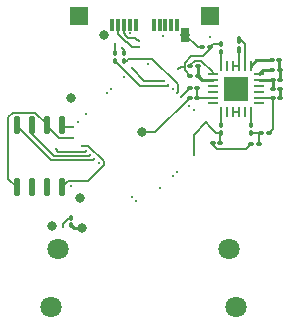
<source format=gbr>
%TF.GenerationSoftware,KiCad,Pcbnew,9.0.6*%
%TF.CreationDate,2026-01-02T14:09:45+01:00*%
%TF.ProjectId,Expansion_Card_Retrofit,45787061-6e73-4696-9f6e-5f436172645f,X1*%
%TF.SameCoordinates,Original*%
%TF.FileFunction,Copper,L4,Bot*%
%TF.FilePolarity,Positive*%
%FSLAX46Y46*%
G04 Gerber Fmt 4.6, Leading zero omitted, Abs format (unit mm)*
G04 Created by KiCad (PCBNEW 9.0.6) date 2026-01-02 14:09:45*
%MOMM*%
%LPD*%
G01*
G04 APERTURE LIST*
G04 Aperture macros list*
%AMRoundRect*
0 Rectangle with rounded corners*
0 $1 Rounding radius*
0 $2 $3 $4 $5 $6 $7 $8 $9 X,Y pos of 4 corners*
0 Add a 4 corners polygon primitive as box body*
4,1,4,$2,$3,$4,$5,$6,$7,$8,$9,$2,$3,0*
0 Add four circle primitives for the rounded corners*
1,1,$1+$1,$2,$3*
1,1,$1+$1,$4,$5*
1,1,$1+$1,$6,$7*
1,1,$1+$1,$8,$9*
0 Add four rect primitives between the rounded corners*
20,1,$1+$1,$2,$3,$4,$5,0*
20,1,$1+$1,$4,$5,$6,$7,0*
20,1,$1+$1,$6,$7,$8,$9,0*
20,1,$1+$1,$8,$9,$2,$3,0*%
G04 Aperture macros list end*
%TA.AperFunction,SMDPad,CuDef*%
%ADD10RoundRect,0.062500X0.375000X0.062500X-0.375000X0.062500X-0.375000X-0.062500X0.375000X-0.062500X0*%
%TD*%
%TA.AperFunction,SMDPad,CuDef*%
%ADD11RoundRect,0.062500X0.062500X0.375000X-0.062500X0.375000X-0.062500X-0.375000X0.062500X-0.375000X0*%
%TD*%
%TA.AperFunction,HeatsinkPad*%
%ADD12R,2.100000X2.100000*%
%TD*%
%TA.AperFunction,SMDPad,CuDef*%
%ADD13RoundRect,0.100000X-0.130000X-0.100000X0.130000X-0.100000X0.130000X0.100000X-0.130000X0.100000X0*%
%TD*%
%TA.AperFunction,SMDPad,CuDef*%
%ADD14RoundRect,0.100000X0.130000X0.100000X-0.130000X0.100000X-0.130000X-0.100000X0.130000X-0.100000X0*%
%TD*%
%TA.AperFunction,SMDPad,CuDef*%
%ADD15RoundRect,0.100000X0.100000X-0.217500X0.100000X0.217500X-0.100000X0.217500X-0.100000X-0.217500X0*%
%TD*%
%TA.AperFunction,SMDPad,CuDef*%
%ADD16RoundRect,0.100000X-0.100000X0.130000X-0.100000X-0.130000X0.100000X-0.130000X0.100000X0.130000X0*%
%TD*%
%TA.AperFunction,SMDPad,CuDef*%
%ADD17RoundRect,0.100000X0.100000X-0.130000X0.100000X0.130000X-0.100000X0.130000X-0.100000X-0.130000X0*%
%TD*%
%TA.AperFunction,SMDPad,CuDef*%
%ADD18R,0.380000X1.000000*%
%TD*%
%TA.AperFunction,SMDPad,CuDef*%
%ADD19R,0.700000X1.150000*%
%TD*%
%TA.AperFunction,ComponentPad*%
%ADD20C,1.800000*%
%TD*%
%TA.AperFunction,SMDPad,CuDef*%
%ADD21R,1.500000X1.500000*%
%TD*%
%TA.AperFunction,SMDPad,CuDef*%
%ADD22RoundRect,0.137500X-0.137500X0.612500X-0.137500X-0.612500X0.137500X-0.612500X0.137500X0.612500X0*%
%TD*%
%TA.AperFunction,ViaPad*%
%ADD23C,0.300000*%
%TD*%
%TA.AperFunction,ViaPad*%
%ADD24C,0.800000*%
%TD*%
%TA.AperFunction,Conductor*%
%ADD25C,0.152400*%
%TD*%
%TA.AperFunction,Conductor*%
%ADD26C,0.250000*%
%TD*%
G04 APERTURE END LIST*
D10*
%TO.P,U4,1,GND3*%
%TO.N,GND*%
X149637500Y-133200000D03*
%TO.P,U4,2,FB3*%
%TO.N,Net-(U4-FB3)*%
X149637500Y-133700000D03*
%TO.P,U4,3,VCC*%
%TO.N,+5V*%
X149637500Y-134200000D03*
%TO.P,U4,4,AGND*%
%TO.N,GND*%
X149637500Y-134700000D03*
%TO.P,U4,5,FB2*%
%TO.N,Net-(U4-FB2)*%
X149637500Y-135200000D03*
%TO.P,U4,6,GND2*%
%TO.N,GND*%
X149637500Y-135700000D03*
D11*
%TO.P,U4,7,LX2*%
%TO.N,Net-(U4-LX2)*%
X148950000Y-136387500D03*
%TO.P,U4,8,VIN2*%
%TO.N,+5V*%
X148450000Y-136387500D03*
%TO.P,U4,9,EN2*%
%TO.N,Net-(U4-EN1)*%
X147950000Y-136387500D03*
%TO.P,U4,10,EN1*%
X147450000Y-136387500D03*
%TO.P,U4,11,VIN1*%
%TO.N,+5V*%
X146950000Y-136387500D03*
%TO.P,U4,12,LX1*%
%TO.N,Net-(U4-LX1)*%
X146450000Y-136387500D03*
D10*
%TO.P,U4,13,GND1*%
%TO.N,GND*%
X145762500Y-135700000D03*
%TO.P,U4,14,FB1*%
%TO.N,Net-(U4-FB1)*%
X145762500Y-135200000D03*
%TO.P,U4,15*%
%TO.N,N/C*%
X145762500Y-134700000D03*
%TO.P,U4,16*%
X145762500Y-134200000D03*
%TO.P,U4,17,FB4*%
%TO.N,Net-(U4-FB4)*%
X145762500Y-133700000D03*
%TO.P,U4,18,GND4*%
%TO.N,GND*%
X145762500Y-133200000D03*
D11*
%TO.P,U4,19,LX4*%
%TO.N,Net-(U4-LX4)*%
X146450000Y-132512500D03*
%TO.P,U4,20,VIN4*%
%TO.N,+5V*%
X146950000Y-132512500D03*
%TO.P,U4,21,EN4*%
%TO.N,Net-(U4-EN1)*%
X147450000Y-132512500D03*
%TO.P,U4,22,EN3*%
X147950000Y-132512500D03*
%TO.P,U4,23,VIN3*%
%TO.N,+5V*%
X148450000Y-132512500D03*
%TO.P,U4,24,LX3*%
%TO.N,Net-(U4-LX3)*%
X148950000Y-132512500D03*
D12*
%TO.P,U4,25*%
%TO.N,N/C*%
X147700000Y-134450000D03*
%TD*%
D13*
%TO.P,R18,1*%
%TO.N,GND*%
X143867500Y-132550000D03*
%TO.P,R18,2*%
%TO.N,Net-(U4-FB4)*%
X144507500Y-132550000D03*
%TD*%
D14*
%TO.P,R17,1*%
%TO.N,Net-(U4-FB4)*%
X144507500Y-133350000D03*
%TO.P,R17,2*%
%TO.N,+1V1*%
X143867500Y-133350000D03*
%TD*%
%TO.P,R16,1*%
%TO.N,GND*%
X151457500Y-135200000D03*
%TO.P,R16,2*%
%TO.N,Net-(U4-FB2)*%
X150817500Y-135200000D03*
%TD*%
D13*
%TO.P,R15,1*%
%TO.N,GND*%
X143817500Y-135200000D03*
%TO.P,R15,2*%
%TO.N,Net-(U4-FB1)*%
X144457500Y-135200000D03*
%TD*%
D14*
%TO.P,R14,1*%
%TO.N,GND*%
X151452500Y-134450000D03*
%TO.P,R14,2*%
%TO.N,Net-(U4-FB3)*%
X150812500Y-134450000D03*
%TD*%
D13*
%TO.P,R13,1*%
%TO.N,Net-(U4-FB3)*%
X150817500Y-133700000D03*
%TO.P,R13,2*%
%TO.N,+1V2*%
X151457500Y-133700000D03*
%TD*%
D14*
%TO.P,R12,1*%
%TO.N,Net-(U4-FB2)*%
X150507500Y-138200000D03*
%TO.P,R12,2*%
%TO.N,+2V5*%
X149867500Y-138200000D03*
%TD*%
%TO.P,R11,1*%
%TO.N,Net-(U4-FB1)*%
X144457500Y-134400000D03*
%TO.P,R11,2*%
%TO.N,+3.3V*%
X143817500Y-134400000D03*
%TD*%
D15*
%TO.P,R10,1*%
%TO.N,Net-(U4-EN1)*%
X147937500Y-131157500D03*
%TO.P,R10,2*%
%TO.N,+5V*%
X147937500Y-130342500D03*
%TD*%
D16*
%TO.P,L4,1,1*%
%TO.N,+1V1*%
X146487500Y-130680000D03*
%TO.P,L4,2,2*%
%TO.N,Net-(U4-LX4)*%
X146487500Y-131320000D03*
%TD*%
D14*
%TO.P,L3,1,1*%
%TO.N,+1V2*%
X151402500Y-132050000D03*
%TO.P,L3,2,2*%
%TO.N,Net-(U4-LX3)*%
X150762500Y-132050000D03*
%TD*%
D17*
%TO.P,L2,1,1*%
%TO.N,+2V5*%
X148987500Y-138170000D03*
%TO.P,L2,2,2*%
%TO.N,Net-(U4-LX2)*%
X148987500Y-137530000D03*
%TD*%
%TO.P,L1,1,1*%
%TO.N,+3.3V*%
X146437500Y-138170000D03*
%TO.P,L1,2,2*%
%TO.N,Net-(U4-LX1)*%
X146437500Y-137530000D03*
%TD*%
D14*
%TO.P,C7,1*%
%TO.N,+1V1*%
X145520000Y-130950000D03*
%TO.P,C7,2*%
%TO.N,GND*%
X144880000Y-130950000D03*
%TD*%
%TO.P,C6,1*%
%TO.N,+1V2*%
X151412500Y-132850000D03*
%TO.P,C6,2*%
%TO.N,GND*%
X150772500Y-132850000D03*
%TD*%
%TO.P,C5,1*%
%TO.N,+2V5*%
X149657500Y-139100000D03*
%TO.P,C5,2*%
%TO.N,GND*%
X149017500Y-139100000D03*
%TD*%
%TO.P,C4,1*%
%TO.N,+3.3V*%
X146402500Y-139050000D03*
%TO.P,C4,2*%
%TO.N,GND*%
X145762500Y-139050000D03*
%TD*%
D18*
%TO.P,P2,B1,GND*%
%TO.N,GND*%
X142750000Y-129050000D03*
%TO.P,P2,B2,TX2+*%
%TO.N,unconnected-(P2-TX2+-PadB2)*%
X142250000Y-129050000D03*
%TO.P,P2,B3,TX2-*%
%TO.N,unconnected-(P2-TX2--PadB3)*%
X141750000Y-129050000D03*
%TO.P,P2,B4,VBUS*%
%TO.N,+5V*%
X141250000Y-129050000D03*
%TO.P,P2,B5,VCONN*%
%TO.N,unconnected-(P2-VCONN-PadB5)*%
X140750000Y-129050000D03*
%TO.P,P2,B8,SBU2*%
%TO.N,unconnected-(P2-SBU2-PadB8)*%
X139250000Y-129050000D03*
%TO.P,P2,B9,VBUS*%
%TO.N,+5V*%
X138750000Y-129050000D03*
%TO.P,P2,B10,RX1-*%
%TO.N,Net-(P2-RX1-)*%
X138250000Y-129050000D03*
%TO.P,P2,B11,RX1+*%
%TO.N,Net-(P2-RX1+)*%
X137750000Y-129050000D03*
%TO.P,P2,B12,GND*%
%TO.N,GND*%
X137250000Y-129050000D03*
D19*
%TO.P,P2,S1,SHIELD*%
X143420000Y-129890000D03*
%TD*%
D20*
%TO.P,J1,SH,SH*%
%TO.N,unconnected-(J1-PadSH)*%
X132050000Y-152900000D03*
X132650000Y-148000000D03*
X147150000Y-148000000D03*
X147750000Y-152900000D03*
%TD*%
D21*
%TO.P,TP2,1,1*%
%TO.N,GND*%
X134450000Y-128300000D03*
%TD*%
%TO.P,TP4,1,1*%
%TO.N,GND*%
X145550000Y-128300000D03*
%TD*%
D16*
%TO.P,C8,1*%
%TO.N,Net-(P2-TX1-)*%
X138250000Y-131430000D03*
%TO.P,C8,2*%
%TO.N,Net-(U1-SSTXM)*%
X138250000Y-132070000D03*
%TD*%
%TO.P,C9,1*%
%TO.N,Net-(P2-TX1+)*%
X137450000Y-131430000D03*
%TO.P,C9,2*%
%TO.N,Net-(U1-SSTXP)*%
X137450000Y-132070000D03*
%TD*%
D22*
%TO.P,U2,1,~{CS}*%
%TO.N,SPICS*%
X129145000Y-137500000D03*
%TO.P,U2,2,O1/SO*%
%TO.N,SPIMISO*%
X130415000Y-137500000D03*
%TO.P,U2,3,~{WP}*%
%TO.N,+3.3V*%
X131685000Y-137500000D03*
%TO.P,U2,4,VSS*%
%TO.N,GND*%
X132955000Y-137500000D03*
%TO.P,U2,5,SI/IO0*%
%TO.N,SPIMOSI*%
X132955000Y-142800000D03*
%TO.P,U2,6,SCLK*%
%TO.N,SPICLK*%
X131685000Y-142800000D03*
%TO.P,U2,7,NC*%
%TO.N,unconnected-(U2-NC-Pad7)*%
X130415000Y-142800000D03*
%TO.P,U2,8,VCC*%
%TO.N,+3.3V*%
X129145000Y-142800000D03*
%TD*%
D16*
%TO.P,R3,1*%
%TO.N,Net-(U1-HDMIRXHPD)*%
X133750000Y-145380000D03*
%TO.P,R3,2*%
%TO.N,Net-(J1-HPD)*%
X133750000Y-146020000D03*
%TD*%
D23*
%TO.N,Net-(U1-HDMIRXHPD)*%
X133050000Y-146150000D03*
%TO.N,+1V1*%
X142850000Y-132800000D03*
%TO.N,Net-(U4-EN1)*%
X147950000Y-132512500D03*
X147950000Y-136387500D03*
%TO.N,+1V1*%
X145520000Y-130950000D03*
%TO.N,+2V5*%
X148987500Y-138170000D03*
%TO.N,+3.3V*%
X146402500Y-139050000D03*
%TO.N,+5V*%
X148450000Y-136387500D03*
X146950000Y-136387500D03*
%TO.N,GND*%
X145762500Y-135700000D03*
%TO.N,+5V*%
X146950000Y-132512500D03*
%TO.N,GND*%
X149637500Y-135700000D03*
X149637500Y-134700000D03*
%TO.N,+5V*%
X149637500Y-134200000D03*
%TO.N,GND*%
X151452500Y-134500000D03*
X149637500Y-133200000D03*
%TO.N,+1V2*%
X151402500Y-132050000D03*
%TO.N,+5V*%
X148450000Y-132512500D03*
D24*
%TO.N,GND*%
X134450000Y-128300000D03*
X132135000Y-146035000D03*
D23*
X133960563Y-137663864D03*
D24*
X133750000Y-135250000D03*
X134500000Y-143700000D03*
X136580000Y-129890000D03*
X139750000Y-138150000D03*
X143420000Y-129890000D03*
X145550000Y-128300000D03*
D23*
%TO.N,+1V1*%
X136081884Y-140757456D03*
X138910311Y-132714117D03*
%TO.N,+3.3V*%
X139263864Y-143939437D03*
X141296796Y-142878777D03*
X144125223Y-140050349D03*
X142711010Y-141464563D03*
%TO.N,+1V1*%
X141650349Y-133774777D03*
X143771670Y-135896097D03*
X142357456Y-134481884D03*
%TO.N,+2V5*%
X138910311Y-143585883D03*
X138203204Y-133421223D03*
X137142544Y-134481884D03*
%TO.N,+1V1*%
X136788990Y-134835437D03*
X142357456Y-141818116D03*
%TO.N,+3.3V*%
X143064563Y-135188990D03*
X144125223Y-136249651D03*
X145185883Y-137310311D03*
D24*
%TO.N,Net-(J1-HPD)*%
X134650000Y-146250000D03*
D23*
%TO.N,Net-(P2-TX1-)*%
X138100000Y-131000000D03*
%TO.N,Net-(P2-TX1+)*%
X137450000Y-130700000D03*
%TO.N,Net-(P2-RX1-)*%
X139500000Y-130376200D03*
%TO.N,Net-(P2-RX1+)*%
X139500000Y-130900000D03*
%TO.N,+3.3V*%
X140236136Y-132360563D03*
X134314117Y-137310311D03*
X145539437Y-137663864D03*
X133960563Y-138636136D03*
%TO.N,SPIMOSI*%
X134667670Y-139343243D03*
%TO.N,SPICLK*%
X135021223Y-139696796D03*
X132450000Y-139550000D03*
X131700000Y-142800000D03*
%TO.N,SPIMISO*%
X135374777Y-140050349D03*
%TO.N,SPICS*%
X135728330Y-140403903D03*
%TO.N,+5V*%
X138749999Y-129712483D03*
X145535000Y-130115000D03*
X141500000Y-129950000D03*
X133710000Y-142700000D03*
%TO.N,Net-(U1-SSTXM)*%
X142711010Y-134835437D03*
%TO.N,Net-(U1-SSTXP)*%
X142003903Y-134128330D03*
%TO.N,Net-(U1-HDMIRXHPD)*%
X135021223Y-136603204D03*
%TD*%
D25*
%TO.N,Net-(U1-HDMIRXHPD)*%
X133050000Y-146150000D02*
X133050000Y-145880001D01*
X133050000Y-145880001D02*
X133550001Y-145380000D01*
X133550001Y-145380000D02*
X133750000Y-145380000D01*
%TO.N,+1V1*%
X143050000Y-132600000D02*
X142850000Y-132800000D01*
X143360300Y-132600000D02*
X143050000Y-132600000D01*
X143360300Y-132290988D02*
X143360300Y-132600000D01*
%TO.N,GND*%
X143817500Y-135200000D02*
X140867500Y-138150000D01*
X140867500Y-138150000D02*
X139750000Y-138150000D01*
%TO.N,+3.3V*%
X143817500Y-134400000D02*
X143064563Y-135152937D01*
X143064563Y-135152937D02*
X143064563Y-135188990D01*
%TO.N,Net-(U4-FB1)*%
X144457500Y-135200000D02*
X145762500Y-135200000D01*
X144457500Y-135200000D02*
X144457500Y-134400000D01*
%TO.N,+1V1*%
X138910311Y-132714117D02*
X139970971Y-133774777D01*
X139970971Y-133774777D02*
X141650349Y-133774777D01*
%TO.N,Net-(U4-FB2)*%
X150817500Y-135200000D02*
X150817500Y-137890000D01*
X150817500Y-137890000D02*
X150507500Y-138200000D01*
%TO.N,GND*%
X145762500Y-139050000D02*
X145762500Y-139176212D01*
X145762500Y-139176212D02*
X146113488Y-139527200D01*
X146113488Y-139527200D02*
X148590300Y-139527200D01*
X148590300Y-139527200D02*
X149017500Y-139100000D01*
%TO.N,+3.3V*%
X144125223Y-140050349D02*
X144125223Y-138370971D01*
X144125223Y-138370971D02*
X145185883Y-137310311D01*
X145185883Y-137310311D02*
X145539437Y-137663864D01*
X146437500Y-138170000D02*
X146045573Y-138170000D01*
X146045573Y-138170000D02*
X145539437Y-137663864D01*
X146402500Y-139050000D02*
X146402500Y-138205000D01*
X146402500Y-138205000D02*
X146437500Y-138170000D01*
%TO.N,+2V5*%
X149657500Y-139100000D02*
X149657500Y-138410000D01*
X149657500Y-138410000D02*
X149867500Y-138200000D01*
X148987500Y-138170000D02*
X149837500Y-138170000D01*
X149837500Y-138170000D02*
X149867500Y-138200000D01*
%TO.N,Net-(U4-LX2)*%
X148950000Y-136387500D02*
X148950000Y-137492500D01*
X148950000Y-137492500D02*
X148987500Y-137530000D01*
%TO.N,Net-(U4-LX1)*%
X146437500Y-137530000D02*
X146437500Y-136400000D01*
X146437500Y-136400000D02*
X146450000Y-136387500D01*
%TO.N,Net-(U4-FB2)*%
X149637500Y-135200000D02*
X150817500Y-135200000D01*
%TO.N,Net-(U4-EN1)*%
X147450000Y-136387500D02*
X147950000Y-136387500D01*
%TO.N,+5V*%
X147937500Y-130342500D02*
X148137499Y-130342500D01*
X148137499Y-130342500D02*
X148450000Y-130655001D01*
X148450000Y-130655001D02*
X148450000Y-132512500D01*
%TO.N,Net-(U4-EN1)*%
X147937500Y-131157500D02*
X147937500Y-132500000D01*
X147937500Y-132500000D02*
X147950000Y-132512500D01*
X147450000Y-132512500D02*
X147950000Y-132512500D01*
%TO.N,+1V1*%
X145520000Y-130950000D02*
X145520000Y-131076212D01*
X145520000Y-131076212D02*
X144896212Y-131700000D01*
X144896212Y-131700000D02*
X143951288Y-131700000D01*
X143360300Y-132600000D02*
X143360300Y-132842800D01*
X143951288Y-131700000D02*
X143360300Y-132290988D01*
X143360300Y-132842800D02*
X143867500Y-133350000D01*
%TO.N,GND*%
X144880000Y-130950000D02*
X144480000Y-130950000D01*
X144480000Y-130950000D02*
X143420000Y-129890000D01*
%TO.N,+1V1*%
X146487500Y-130680000D02*
X145790000Y-130680000D01*
X145790000Y-130680000D02*
X145520000Y-130950000D01*
%TO.N,Net-(U4-LX4)*%
X146450000Y-132512500D02*
X146450000Y-131357500D01*
X146450000Y-131357500D02*
X146487500Y-131320000D01*
%TO.N,GND*%
X143867500Y-132550000D02*
X143867500Y-132423788D01*
X143867500Y-132423788D02*
X144218488Y-132072800D01*
X144218488Y-132072800D02*
X144796512Y-132072800D01*
X144796512Y-132072800D02*
X145762500Y-133038788D01*
X145762500Y-133038788D02*
X145762500Y-133200000D01*
D26*
%TO.N,Net-(U4-FB4)*%
X144507500Y-133350000D02*
X144507500Y-132550000D01*
X145762500Y-133700000D02*
X144857500Y-133700000D01*
X144857500Y-133700000D02*
X144507500Y-133350000D01*
%TO.N,GND*%
X151452500Y-134500000D02*
X151452500Y-135195000D01*
X151452500Y-134450000D02*
X151452500Y-134500000D01*
%TO.N,Net-(U4-FB3)*%
X150817500Y-133700000D02*
X150817500Y-134445000D01*
X149637500Y-133700000D02*
X150817500Y-133700000D01*
%TO.N,GND*%
X150772500Y-132850000D02*
X149987500Y-132850000D01*
X149987500Y-132850000D02*
X149637500Y-133200000D01*
%TO.N,+1V2*%
X151412500Y-132850000D02*
X151412500Y-133655000D01*
X151402500Y-132050000D02*
X151402500Y-132840000D01*
%TO.N,Net-(U4-LX3)*%
X148950000Y-132512500D02*
X149412500Y-132050000D01*
X149412500Y-132050000D02*
X150762500Y-132050000D01*
D25*
%TO.N,GND*%
X133118864Y-137663864D02*
X132955000Y-137500000D01*
X133960563Y-137663864D02*
X133118864Y-137663864D01*
D26*
%TO.N,Net-(J1-HPD)*%
X134650000Y-146250000D02*
X133980000Y-146250000D01*
X133980000Y-146250000D02*
X133750000Y-146020000D01*
D25*
%TO.N,Net-(P2-TX1-)*%
X138250000Y-131150000D02*
X138250000Y-131430000D01*
X138100000Y-131000000D02*
X138250000Y-131150000D01*
%TO.N,Net-(P2-TX1+)*%
X137450000Y-130700000D02*
X137450000Y-131430000D01*
%TO.N,Net-(P2-RX1-)*%
X138689683Y-130139683D02*
X138700000Y-130150000D01*
X138573046Y-130139683D02*
X138689683Y-130139683D01*
X138322799Y-129800000D02*
X138322799Y-129889436D01*
X139150247Y-130150000D02*
X139323047Y-130322800D01*
X139323047Y-130322800D02*
X139500000Y-130322800D01*
X138700000Y-130150000D02*
X139150247Y-130150000D01*
X138300000Y-129800000D02*
X138322799Y-129800000D01*
X138322799Y-129889436D02*
X138573046Y-130139683D01*
X138250000Y-129050000D02*
X138250000Y-129750000D01*
X138250000Y-129750000D02*
X138300000Y-129800000D01*
%TO.N,Net-(P2-RX1+)*%
X138497236Y-130493083D02*
X138904153Y-130900000D01*
X138904153Y-130900000D02*
X139500000Y-130900000D01*
X138426663Y-130493083D02*
X138497236Y-130493083D01*
X137750000Y-129050000D02*
X137750000Y-129816421D01*
X137750000Y-129816421D02*
X138426663Y-130493083D01*
%TO.N,+3.3V*%
X131685000Y-137429716D02*
X130728084Y-136472800D01*
X128400000Y-141750000D02*
X128400000Y-142055000D01*
X128450000Y-141700000D02*
X128400000Y-141750000D01*
X130728084Y-136472800D02*
X128831916Y-136472800D01*
X128450000Y-136854716D02*
X128450000Y-141700000D01*
X131685000Y-137500000D02*
X131685000Y-137570284D01*
X131685000Y-137570284D02*
X132750852Y-138636136D01*
X128831916Y-136472800D02*
X128450000Y-136854716D01*
X128400000Y-142055000D02*
X129145000Y-142800000D01*
X131685000Y-137500000D02*
X131685000Y-137429716D01*
X132750852Y-138636136D02*
X133960563Y-138636136D01*
%TO.N,SPIMOSI*%
X134741317Y-139269596D02*
X135198176Y-139269596D01*
X135170693Y-142272800D02*
X133482200Y-142272800D01*
X134667670Y-139343243D02*
X134741317Y-139269596D01*
X136509084Y-140580503D02*
X136509084Y-140934409D01*
X135198176Y-139269596D02*
X136509084Y-140580503D01*
X133482200Y-142272800D02*
X132955000Y-142800000D01*
X136509084Y-140934409D02*
X135170693Y-142272800D01*
%TO.N,SPICLK*%
X135021223Y-139696796D02*
X134947576Y-139770443D01*
X132670443Y-139770443D02*
X132450000Y-139550000D01*
X134947576Y-139770443D02*
X132670443Y-139770443D01*
%TO.N,SPIMISO*%
X130415000Y-137500000D02*
X130415000Y-138249999D01*
X130415000Y-138249999D02*
X132288997Y-140123996D01*
X135301130Y-140123996D02*
X135374777Y-140050349D01*
X132288997Y-140123996D02*
X135301130Y-140123996D01*
%TO.N,SPICS*%
X135654684Y-140477549D02*
X135728330Y-140403903D01*
X129145000Y-137500000D02*
X129145000Y-137595000D01*
X129145000Y-137595000D02*
X132027549Y-140477549D01*
X132027549Y-140477549D02*
X135654684Y-140477549D01*
%TO.N,Net-(U1-SSTXM)*%
X142711010Y-134835437D02*
X142784656Y-134761791D01*
X138449999Y-132070000D02*
X138250000Y-132070000D01*
X142784656Y-134084656D02*
X140633363Y-131933363D01*
X142784656Y-134761791D02*
X142784656Y-134084656D01*
X140633363Y-131933363D02*
X138586636Y-131933363D01*
X138586636Y-131933363D02*
X138449999Y-132070000D01*
%TO.N,Net-(U1-SSTXP)*%
X141930256Y-134201977D02*
X139615765Y-134201977D01*
X139615765Y-134201977D02*
X137483788Y-132070000D01*
X137483788Y-132070000D02*
X137450000Y-132070000D01*
X142003903Y-134128330D02*
X141930256Y-134201977D01*
%TD*%
M02*

</source>
